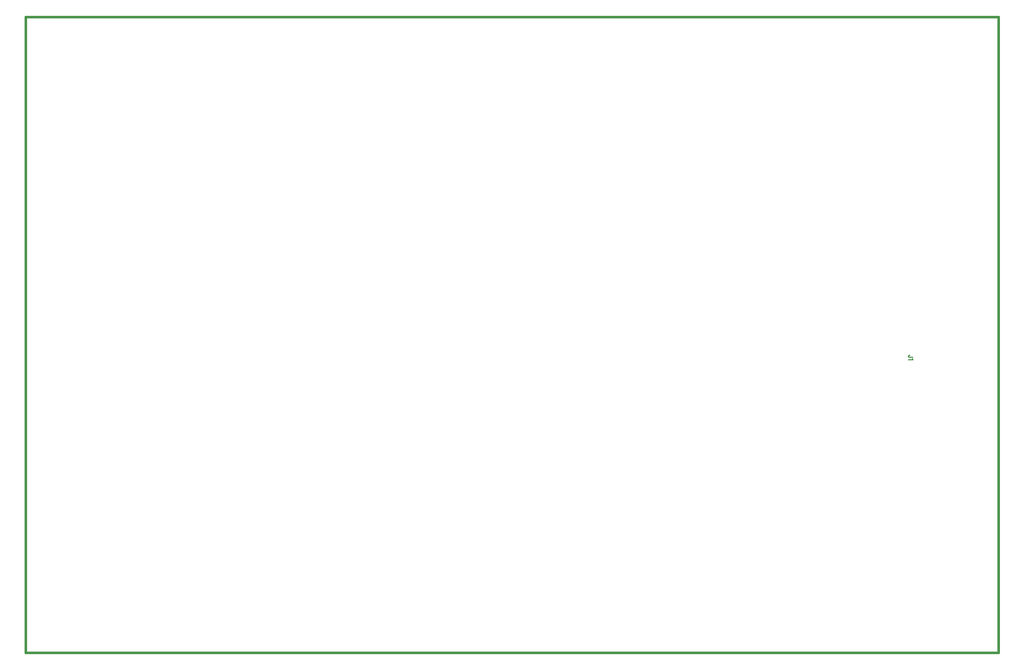
<source format=gbr>
G04 Layer_Color=16711935*
%FSLAX45Y45*%
%MOMM*%
%TF.FileFunction,Other,Mechanical_1*%
%TF.Part,Single*%
G01*
G75*
%TA.AperFunction,NonConductor*%
%ADD217C,0.12700*%
%ADD220C,0.40000*%
D217*
X16465392Y8553425D02*
X16407347D01*
X16396465Y8557053D01*
X16392836Y8560681D01*
X16389207Y8567937D01*
Y8575192D01*
X16392836Y8582448D01*
X16396465Y8586076D01*
X16407347Y8589703D01*
X16414603D01*
X16450880Y8533835D02*
X16454507Y8526580D01*
X16465392Y8515696D01*
X16389207D01*
D220*
X1780540Y3657599D02*
X1780540Y14190981D01*
X17876520Y14190979D01*
X17876518Y3657599D02*
X17876520Y14190979D01*
X1780540Y3657599D02*
X17876518D01*
%TF.MD5,5fa2175e51646f53a3213895cfafc172*%
M02*

</source>
